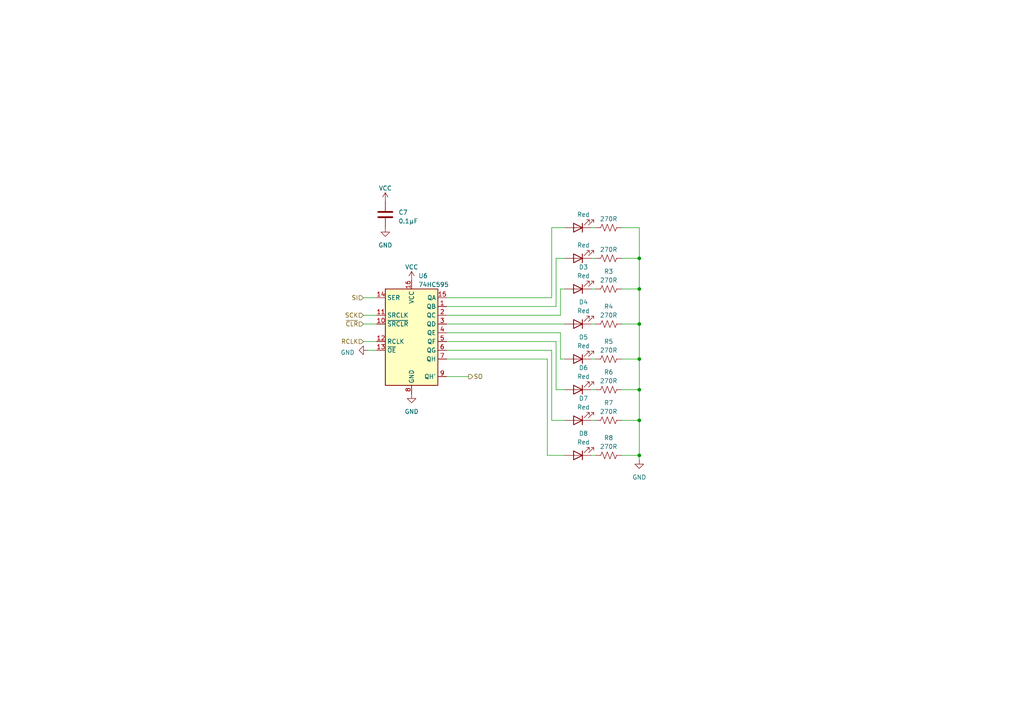
<source format=kicad_sch>
(kicad_sch (version 20250114) (generator "eeschema") (generator_version "9.0")
  (paper "A4")
  (title_block (date "2023-04-07") (rev "A"))
  (lib_symbols
    (symbol "74xx:74HC595"
      (property "Reference" "U" (at -7.62 13.97 0))
      (property "Value" "74HC595" (at -7.62 -16.51 0))
      (symbol "74HC595_1_0"
        (pin input line (at -10.16 10.16 0) (length 2.54) (name "SER") (number "14"))
        (pin input line (at -10.16 5.08 0) (length 2.54) (name "SRCLK") (number "11"))
        (pin input line (at -10.16 2.54 0) (length 2.54) (name "~{SRCLR}") (number "10"))
        (pin input line (at -10.16 -2.54 0) (length 2.54) (name "RCLK") (number "12"))
        (pin input line (at -10.16 -5.08 0) (length 2.54) (name "~{OE}") (number "13"))
        (pin power_in line (at 0 15.24 270) (length 2.54) (name "VCC") (number "16"))
        (pin power_in line (at 0 -17.78 90) (length 2.54) (name "GND") (number "8"))
        (pin tri_state line (at 10.16 10.16 180) (length 2.54) (name "QA") (number "15"))
        (pin tri_state line (at 10.16 7.62 180) (length 2.54) (name "QB") (number "1"))
        (pin tri_state line (at 10.16 5.08 180) (length 2.54) (name "QC") (number "2"))
        (pin tri_state line (at 10.16 2.54 180) (length 2.54) (name "QD") (number "3"))
        (pin tri_state line (at 10.16 0 180) (length 2.54) (name "QE") (number "4"))
        (pin tri_state line (at 10.16 -2.54 180) (length 2.54) (name "QF") (number "5"))
        (pin tri_state line (at 10.16 -5.08 180) (length 2.54) (name "QG") (number "6"))
        (pin tri_state line (at 10.16 -7.62 180) (length 2.54) (name "QH") (number "7"))
        (pin output line (at 10.16 -12.7 180) (length 2.54) (name "QH'") (number "9"))
      )
      (symbol "74HC595_1_1"
        (rectangle (start -7.62 12.7) (end 7.62 -15.24) (stroke (width 0.254)) (fill (type background)))
      )
    )
    (symbol "Device:C" (pin_numbers (hide yes)) (pin_names (offset 0.254))
      (property "Reference" "C" (at 0.635 2.54 0))
      (property "Value" "C" (at 0.635 -2.54 0))
      (symbol "C_0_1"
        (polyline (pts (xy -2.032 0.762) (xy 2.032 0.762)) (stroke (width 0.508)))
        (polyline (pts (xy -2.032 -0.762) (xy 2.032 -0.762)) (stroke (width 0.508)))
      )
      (symbol "C_1_1"
        (pin passive line (at 0 3.81 270) (length 2.794) (name "~") (number "1"))
        (pin passive line (at 0 -3.81 90) (length 2.794) (name "~") (number "2"))
      )
    )
    (symbol "Device:LED" (pin_numbers (hide yes)) (pin_names (offset 1.016) (hide yes))
      (property "Reference" "D" (at 0 2.54 0))
      (property "Value" "LED" (at 0 -2.54 0))
      (symbol "LED_0_1"
        (polyline (pts (xy -3.048 -0.762) (xy -4.572 -2.286) (xy -3.81 -2.286) (xy -4.572 -2.286) (xy -4.572 -1.524)))
        (polyline (pts (xy -1.778 -0.762) (xy -3.302 -2.286) (xy -2.54 -2.286) (xy -3.302 -2.286) (xy -3.302 -1.524)))
        (polyline (pts (xy -1.27 0) (xy 1.27 0)))
        (polyline (pts (xy -1.27 -1.27) (xy -1.27 1.27)) (stroke (width 0.254)))
        (polyline (pts (xy 1.27 -1.27) (xy 1.27 1.27) (xy -1.27 0) (xy 1.27 -1.27)) (stroke (width 0.254)))
      )
      (symbol "LED_1_1"
        (pin passive line (at -3.81 0 0) (length 2.54) (name "K") (number "1"))
        (pin passive line (at 3.81 0 180) (length 2.54) (name "A") (number "2"))
      )
    )
    (symbol "Device:R_US" (pin_numbers (hide yes)) (pin_names (offset 0))
      (property "Reference" "R" (at 2.54 0 90))
      (property "Value" "R_US" (at -2.54 0 90))
      (symbol "R_US_0_1"
        (polyline (pts (xy 0 2.286) (xy 0 2.54)))
        (polyline (pts (xy 0 2.286) (xy 1.016 1.905) (xy 0 1.524) (xy -1.016 1.143) (xy 0 0.762)))
        (polyline (pts (xy 0 0.762) (xy 1.016 0.381) (xy 0 0) (xy -1.016 -0.381) (xy 0 -0.762)))
        (polyline (pts (xy 0 -0.762) (xy 1.016 -1.143) (xy 0 -1.524) (xy -1.016 -1.905) (xy 0 -2.286)))
        (polyline (pts (xy 0 -2.286) (xy 0 -2.54)))
      )
      (symbol "R_US_1_1"
        (pin passive line (at 0 3.81 270) (length 1.27) (name "~") (number "1"))
        (pin passive line (at 0 -3.81 90) (length 1.27) (name "~") (number "2"))
      )
    )
    (symbol "power:GND" (power) (pin_names (offset 0))
      (property "Value" "GND" (at 0 -3.81 0))
      (symbol "GND_0_1"
        (polyline (pts (xy 0 0) (xy 0 -1.27) (xy 1.27 -1.27) (xy 0 -2.54) (xy -1.27 -1.27) (xy 0 -1.27)))
      )
      (symbol "GND_1_1"
        (pin power_in line (at 0 0 270) (length 0) (hide yes) (name "GND") (number "1"))
      )
    )
    (symbol "power:VCC" (power) (pin_names (offset 0))
      (property "Value" "VCC" (at 0 3.81 0))
      (symbol "VCC_0_1"
        (polyline (pts (xy -0.762 1.27) (xy 0 2.54)))
        (polyline (pts (xy 0 2.54) (xy 0.762 1.27)))
        (polyline (pts (xy 0 0) (xy 0 2.54)))
      )
      (symbol "VCC_1_1"
        (pin power_in line (at 0 0 90) (length 0) (hide yes) (name "VCC") (number "1"))
      )
    )
  )
  (junction (at 185.42 104.14))
  (junction (at 185.42 93.98))
  (junction (at 185.42 83.82))
  (junction (at 185.42 121.92))
  (junction (at 185.42 113.03))
  (junction (at 185.42 74.93))
  (junction (at 185.42 132.08))
  (wire (pts (xy 180.34 93.98) (xy 185.42 93.98)))
  (wire (pts (xy 180.34 132.08) (xy 185.42 132.08)))
  (wire (pts (xy 180.34 104.14) (xy 185.42 104.14)))
  (wire (pts (xy 160.02 66.04) (xy 160.02 86.36)))
  (wire (pts (xy 105.41 91.44) (xy 109.22 91.44)))
  (wire (pts (xy 171.45 113.03) (xy 172.72 113.03)))
  (wire (pts (xy 171.45 104.14) (xy 172.72 104.14)))
  (wire (pts (xy 185.42 104.14) (xy 185.42 113.03)))
  (wire (pts (xy 180.34 83.82) (xy 185.42 83.82)))
  (wire (pts (xy 161.29 113.03) (xy 163.83 113.03)))
  (wire (pts (xy 162.56 96.52) (xy 162.56 104.14)))
  (wire (pts (xy 171.45 121.92) (xy 172.72 121.92)))
  (wire (pts (xy 171.45 93.98) (xy 172.72 93.98)))
  (wire (pts (xy 180.34 74.93) (xy 185.42 74.93)))
  (wire (pts (xy 161.29 99.06) (xy 161.29 113.03)))
  (wire (pts (xy 171.45 132.08) (xy 172.72 132.08)))
  (wire (pts (xy 171.45 66.04) (xy 172.72 66.04)))
  (wire (pts (xy 158.75 132.08) (xy 163.83 132.08)))
  (wire (pts (xy 160.02 66.04) (xy 163.83 66.04)))
  (wire (pts (xy 106.68 101.6) (xy 109.22 101.6)))
  (wire (pts (xy 185.42 93.98) (xy 185.42 104.14)))
  (wire (pts (xy 160.02 86.36) (xy 129.54 86.36)))
  (wire (pts (xy 185.42 74.93) (xy 185.42 83.82)))
  (wire (pts (xy 180.34 121.92) (xy 185.42 121.92)))
  (wire (pts (xy 129.54 99.06) (xy 161.29 99.06)))
  (wire (pts (xy 185.42 66.04) (xy 185.42 74.93)))
  (wire (pts (xy 171.45 83.82) (xy 172.72 83.82)))
  (wire (pts (xy 180.34 66.04) (xy 185.42 66.04)))
  (wire (pts (xy 105.41 86.36) (xy 109.22 86.36)))
  (wire (pts (xy 129.54 109.22) (xy 135.89 109.22)))
  (wire (pts (xy 160.02 121.92) (xy 163.83 121.92)))
  (wire (pts (xy 185.42 83.82) (xy 185.42 93.98)))
  (wire (pts (xy 185.42 121.92) (xy 185.42 132.08)))
  (wire (pts (xy 185.42 132.08) (xy 185.42 133.35)))
  (wire (pts (xy 105.41 93.98) (xy 109.22 93.98)))
  (wire (pts (xy 163.83 74.93) (xy 161.29 74.93)))
  (wire (pts (xy 129.54 101.6) (xy 160.02 101.6)))
  (wire (pts (xy 160.02 101.6) (xy 160.02 121.92)))
  (wire (pts (xy 105.41 99.06) (xy 109.22 99.06)))
  (wire (pts (xy 180.34 113.03) (xy 185.42 113.03)))
  (wire (pts (xy 163.83 83.82) (xy 162.56 83.82)))
  (wire (pts (xy 171.45 74.93) (xy 172.72 74.93)))
  (wire (pts (xy 162.56 104.14) (xy 163.83 104.14)))
  (wire (pts (xy 129.54 88.9) (xy 161.29 88.9)))
  (wire (pts (xy 129.54 93.98) (xy 163.83 93.98)))
  (wire (pts (xy 129.54 91.44) (xy 162.56 91.44)))
  (wire (pts (xy 129.54 104.14) (xy 158.75 104.14)))
  (wire (pts (xy 158.75 104.14) (xy 158.75 132.08)))
  (wire (pts (xy 162.56 91.44) (xy 162.56 83.82)))
  (wire (pts (xy 129.54 96.52) (xy 162.56 96.52)))
  (wire (pts (xy 185.42 113.03) (xy 185.42 121.92)))
  (wire (pts (xy 161.29 74.93) (xy 161.29 88.9)))
  (hierarchical_label "~{CLR}" (shape input) (at 105.41 93.98 180))
  (hierarchical_label "SCK" (shape input) (at 105.41 91.44 180))
  (hierarchical_label "SI" (shape input) (at 105.41 86.36 180))
  (hierarchical_label "SO" (shape output) (at 135.89 109.22 0))
  (hierarchical_label "RCLK" (shape input) (at 105.41 99.06 180))
  (symbol (lib_id "Device:LED") (at 167.64 66.04 180) (unit 1)
    (property "Reference" "D1" (effects (hide yes)))
    (property "Value" "Red" (at 169.2275 62.23 0))
    (property "Footprint" "LED_SMD:LED_0603_1608Metric" (effects (hide yes)))
    (property "Mouser" "https://www.mouser.com/ProductDetail/604-AP2012ID" (effects (hide yes)))
  )
  (symbol (lib_id "Device:C") (at 111.76 62.23 0) (unit 1)
    (property "Reference" "C7" (at 115.57 61.595 0) (effects (justify left)))
    (property "Value" "0.1µF" (at 115.57 64.135 0) (effects (justify left)))
    (property "Footprint" "Capacitor_SMD:C_0603_1608Metric" (effects (hide yes)))
    (property "Mouser" "https://www.mouser.com/ProductDetail/963-EMK107B7104KAHT" (effects (hide yes)))
  )
  (symbol (lib_id "power:GND") (at 185.42 133.35 0) (unit 1)
    (property "Reference" "#PWR042" (effects (hide yes)))
    (property "Value" "GND" (at 185.42 138.43 0))
  )
  (symbol (lib_id "Device:R_US") (at 176.53 132.08 90) (unit 1)
    (property "Reference" "R8" (at 176.53 127 90))
    (property "Value" "270R" (at 176.53 129.54 90))
    (property "Footprint" "Capacitor_SMD:C_0603_1608Metric" (effects (hide yes)))
    (property "Mouser" "https://www.mouser.com/ProductDetail/652-CR0603FX-2700ELF" (effects (hide yes)))
  )
  (symbol (lib_id "Device:LED") (at 167.64 83.82 180) (unit 1)
    (property "Reference" "D3" (at 169.2275 77.47 0))
    (property "Value" "Red" (at 169.2275 80.01 0))
    (property "Footprint" "LED_SMD:LED_0603_1608Metric" (effects (hide yes)))
    (property "Mouser" "https://www.mouser.com/ProductDetail/604-AP2012ID" (effects (hide yes)))
  )
  (symbol (lib_id "74xx:74HC595") (at 119.38 96.52 0) (unit 1)
    (property "Reference" "U6" (at 121.3359 80.01 0) (effects (justify left)))
    (property "Value" "74HC595" (at 121.3359 82.55 0) (effects (justify left)))
    (property "Footprint" "Package_SO:TSSOP-16_4.4x5mm_P0.65mm" (effects (hide yes)))
    (property "Datasheet" "http://www.ti.com/lit/ds/symlink/sn74hc595.pdf" (effects (hide yes)))
  )
  (symbol (lib_id "Device:R_US") (at 176.53 83.82 90) (unit 1)
    (property "Reference" "R3" (at 176.53 78.74 90))
    (property "Value" "270R" (at 176.53 81.28 90))
    (property "Footprint" "Capacitor_SMD:C_0603_1608Metric" (effects (hide yes)))
    (property "Mouser" "https://www.mouser.com/ProductDetail/652-CR0603FX-2700ELF" (effects (hide yes)))
  )
  (symbol (lib_id "Device:R_US") (at 176.53 113.03 90) (unit 1)
    (property "Reference" "R6" (at 176.53 107.95 90))
    (property "Value" "270R" (at 176.53 110.49 90))
    (property "Footprint" "Capacitor_SMD:C_0603_1608Metric" (effects (hide yes)))
    (property "Mouser" "https://www.mouser.com/ProductDetail/652-CR0603FX-2700ELF" (effects (hide yes)))
  )
  (symbol (lib_id "Device:LED") (at 167.64 132.08 180) (unit 1)
    (property "Reference" "D8" (at 169.2275 125.73 0))
    (property "Value" "Red" (at 169.2275 128.27 0))
    (property "Footprint" "LED_SMD:LED_0603_1608Metric" (effects (hide yes)))
    (property "Mouser" "https://www.mouser.com/ProductDetail/604-AP2012ID" (effects (hide yes)))
  )
  (symbol (lib_id "power:GND") (at 119.38 114.3 0) (unit 1)
    (property "Reference" "#PWR041" (effects (hide yes)))
    (property "Value" "GND" (at 119.38 119.38 0))
  )
  (symbol (lib_id "Device:LED") (at 167.64 104.14 180) (unit 1)
    (property "Reference" "D5" (at 169.2275 97.79 0))
    (property "Value" "Red" (at 169.2275 100.33 0))
    (property "Footprint" "LED_SMD:LED_0603_1608Metric" (effects (hide yes)))
    (property "Mouser" "https://www.mouser.com/ProductDetail/604-AP2012ID" (effects (hide yes)))
  )
  (symbol (lib_id "Device:LED") (at 167.64 121.92 180) (unit 1)
    (property "Reference" "D7" (at 169.2275 115.57 0))
    (property "Value" "Red" (at 169.2275 118.11 0))
    (property "Footprint" "LED_SMD:LED_0603_1608Metric" (effects (hide yes)))
    (property "Mouser" "https://www.mouser.com/ProductDetail/604-AP2012ID" (effects (hide yes)))
  )
  (symbol (lib_id "power:VCC") (at 119.38 81.28 0) (unit 1)
    (property "Reference" "#PWR040" (effects (hide yes)))
    (property "Value" "VCC" (at 119.38 77.47 0))
  )
  (symbol (lib_id "power:GND") (at 111.76 66.04 0) (unit 1)
    (property "Reference" "#PWR039" (effects (hide yes)))
    (property "Value" "GND" (at 111.76 71.12 0))
  )
  (symbol (lib_id "Device:R_US") (at 176.53 74.93 90) (unit 1)
    (property "Reference" "R2" (effects (hide yes)))
    (property "Value" "270R" (at 176.53 72.39 90))
    (property "Footprint" "Capacitor_SMD:C_0603_1608Metric" (effects (hide yes)))
    (property "Mouser" "https://www.mouser.com/ProductDetail/652-CR0603FX-2700ELF" (effects (hide yes)))
  )
  (symbol (lib_id "Device:R_US") (at 176.53 104.14 90) (unit 1)
    (property "Reference" "R5" (at 176.53 99.06 90))
    (property "Value" "270R" (at 176.53 101.6 90))
    (property "Footprint" "Capacitor_SMD:C_0603_1608Metric" (effects (hide yes)))
    (property "Mouser" "https://www.mouser.com/ProductDetail/652-CR0603FX-2700ELF" (effects (hide yes)))
  )
  (symbol (lib_id "Device:R_US") (at 176.53 93.98 90) (unit 1)
    (property "Reference" "R4" (at 176.53 88.9 90))
    (property "Value" "270R" (at 176.53 91.44 90))
    (property "Footprint" "Capacitor_SMD:C_0603_1608Metric" (effects (hide yes)))
    (property "Mouser" "https://www.mouser.com/ProductDetail/652-CR0603FX-2700ELF" (effects (hide yes)))
  )
  (symbol (lib_id "Device:LED") (at 167.64 93.98 180) (unit 1)
    (property "Reference" "D4" (at 169.2275 87.63 0))
    (property "Value" "Red" (at 169.2275 90.17 0))
    (property "Footprint" "LED_SMD:LED_0603_1608Metric" (effects (hide yes)))
    (property "Mouser" "https://www.mouser.com/ProductDetail/604-AP2012ID" (effects (hide yes)))
  )
  (symbol (lib_id "power:VCC") (at 111.76 58.42 0) (unit 1)
    (property "Reference" "#PWR038" (effects (hide yes)))
    (property "Value" "VCC" (at 111.76 54.61 0))
  )
  (symbol (lib_id "Device:LED") (at 167.64 113.03 180) (unit 1)
    (property "Reference" "D6" (at 169.2275 106.68 0))
    (property "Value" "Red" (at 169.2275 109.22 0))
    (property "Footprint" "LED_SMD:LED_0603_1608Metric" (effects (hide yes)))
    (property "Mouser" "https://www.mouser.com/ProductDetail/604-AP2012ID" (effects (hide yes)))
  )
  (symbol (lib_id "power:GND") (at 106.68 101.6 270) (unit 1)
    (property "Reference" "#PWR037" (effects (hide yes)))
    (property "Value" "GND" (at 102.87 102.235 90) (effects (justify right)))
  )
  (symbol (lib_id "Device:R_US") (at 176.53 66.04 90) (unit 1)
    (property "Reference" "R1" (effects (hide yes)))
    (property "Value" "270R" (at 176.53 63.5 90))
    (property "Footprint" "Capacitor_SMD:C_0603_1608Metric" (effects (hide yes)))
    (property "Mouser" "https://www.mouser.com/ProductDetail/652-CR0603FX-2700ELF" (effects (hide yes)))
  )
  (symbol (lib_id "Device:LED") (at 167.64 74.93 180) (unit 1)
    (property "Reference" "D2" (effects (hide yes)))
    (property "Value" "Red" (at 169.2275 71.12 0))
    (property "Footprint" "LED_SMD:LED_0603_1608Metric" (effects (hide yes)))
    (property "Mouser" "https://www.mouser.com/ProductDetail/604-AP2012ID" (effects (hide yes)))
  )
  (symbol (lib_id "Device:R_US") (at 176.53 121.92 90) (unit 1)
    (property "Reference" "R7" (at 176.53 116.84 90))
    (property "Value" "270R" (at 176.53 119.38 90))
    (property "Footprint" "Capacitor_SMD:C_0603_1608Metric" (effects (hide yes)))
    (property "Mouser" "https://www.mouser.com/ProductDetail/652-CR0603FX-2700ELF" (effects (hide yes)))
  )
)
</source>
